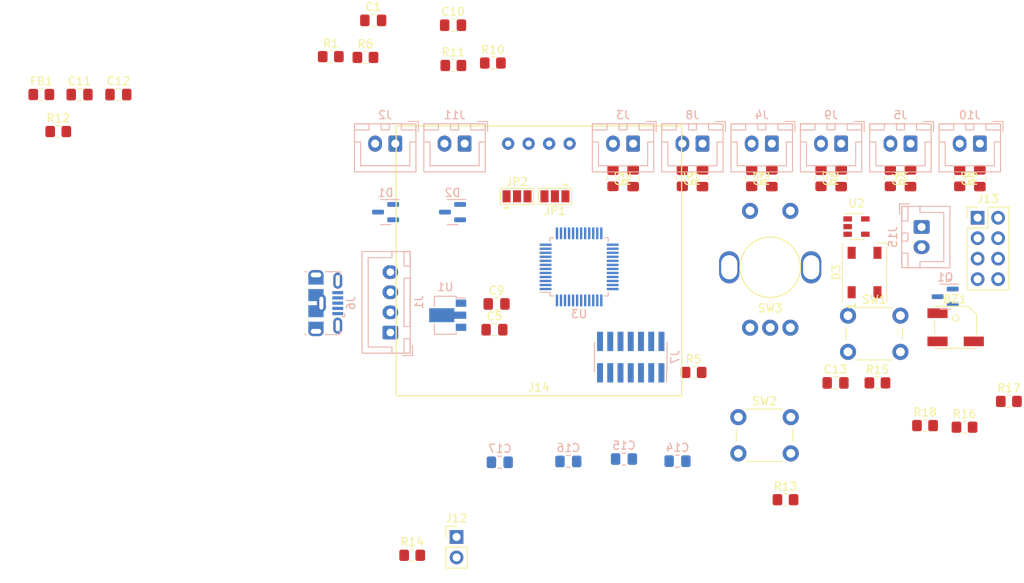
<source format=kicad_pcb>
(kicad_pcb (version 20221018) (generator pcbnew)

  (general
    (thickness 1.6)
  )

  (paper "A4")
  (layers
    (0 "F.Cu" signal)
    (31 "B.Cu" signal)
    (32 "B.Adhes" user "B.Adhesive")
    (33 "F.Adhes" user "F.Adhesive")
    (34 "B.Paste" user)
    (35 "F.Paste" user)
    (36 "B.SilkS" user "B.Silkscreen")
    (37 "F.SilkS" user "F.Silkscreen")
    (38 "B.Mask" user)
    (39 "F.Mask" user)
    (40 "Dwgs.User" user "User.Drawings")
    (41 "Cmts.User" user "User.Comments")
    (42 "Eco1.User" user "User.Eco1")
    (43 "Eco2.User" user "User.Eco2")
    (44 "Edge.Cuts" user)
    (45 "Margin" user)
    (46 "B.CrtYd" user "B.Courtyard")
    (47 "F.CrtYd" user "F.Courtyard")
    (48 "B.Fab" user)
    (49 "F.Fab" user)
    (50 "User.1" user)
    (51 "User.2" user)
    (52 "User.3" user)
    (53 "User.4" user)
    (54 "User.5" user)
    (55 "User.6" user)
    (56 "User.7" user)
    (57 "User.8" user)
    (58 "User.9" user)
  )

  (setup
    (pad_to_mask_clearance 0)
    (pcbplotparams
      (layerselection 0x00010fc_ffffffff)
      (plot_on_all_layers_selection 0x0000000_00000000)
      (disableapertmacros false)
      (usegerberextensions false)
      (usegerberattributes true)
      (usegerberadvancedattributes true)
      (creategerberjobfile true)
      (dashed_line_dash_ratio 12.000000)
      (dashed_line_gap_ratio 3.000000)
      (svgprecision 6)
      (plotframeref false)
      (viasonmask false)
      (mode 1)
      (useauxorigin false)
      (hpglpennumber 1)
      (hpglpenspeed 20)
      (hpglpendiameter 15.000000)
      (dxfpolygonmode true)
      (dxfimperialunits true)
      (dxfusepcbnewfont true)
      (psnegative false)
      (psa4output false)
      (plotreference true)
      (plotvalue true)
      (plotinvisibletext false)
      (sketchpadsonfab false)
      (subtractmaskfromsilk false)
      (outputformat 1)
      (mirror false)
      (drillshape 1)
      (scaleselection 1)
      (outputdirectory "")
    )
  )

  (net 0 "")
  (net 1 "VBUS")
  (net 2 "Net-(BZ1-Pad2)")
  (net 3 "Net-(C1-Pad1)")
  (net 4 "GNDA")
  (net 5 "KEY1")
  (net 6 "GND")
  (net 7 "KEY3")
  (net 8 "KEY5")
  (net 9 "KEY2")
  (net 10 "KEY4")
  (net 11 "KEY6")
  (net 12 "+3.3V")
  (net 13 "Net-(C10-Pad1)")
  (net 14 "+3.3VA")
  (net 15 "KILL_SW")
  (net 16 "TH1")
  (net 17 "TH2")
  (net 18 "Net-(D3-Pad4)")
  (net 19 "Net-(D3-Pad2)")
  (net 20 "D-")
  (net 21 "D+")
  (net 22 "Net-(J3-Pad2)")
  (net 23 "Net-(J4-Pad2)")
  (net 24 "Net-(J5-Pad2)")
  (net 25 "unconnected-(J7-Pad1)")
  (net 26 "unconnected-(J7-Pad2)")
  (net 27 "SWDIO")
  (net 28 "SWCLK")
  (net 29 "unconnected-(J7-Pad8)")
  (net 30 "unconnected-(J7-Pad9)")
  (net 31 "unconnected-(J7-Pad10)")
  (net 32 "Net-(J7-Pad11)")
  (net 33 "RESET")
  (net 34 "unconnected-(J7-Pad13)")
  (net 35 "unconnected-(J7-Pad14)")
  (net 36 "Net-(J8-Pad2)")
  (net 37 "Net-(J9-Pad2)")
  (net 38 "Net-(J10-Pad2)")
  (net 39 "BOOT0")
  (net 40 "GPIO1")
  (net 41 "GPIO2")
  (net 42 "GPIO3")
  (net 43 "GPIO4")
  (net 44 "PIN1")
  (net 45 "PIN2")
  (net 46 "SCL")
  (net 47 "SDA")
  (net 48 "Net-(Q1-Pad1)")
  (net 49 "Net-(Q1-Pad2)")
  (net 50 "Net-(R15-Pad1)")
  (net 51 "BUZZER")
  (net 52 "ENC_A")
  (net 53 "ENC_B")
  (net 54 "ENC_SW")
  (net 55 "NEOPIXEL")
  (net 56 "unconnected-(U3-Pad2)")
  (net 57 "unconnected-(U3-Pad3)")
  (net 58 "unconnected-(U3-Pad4)")
  (net 59 "unconnected-(U3-Pad5)")
  (net 60 "unconnected-(U3-Pad6)")
  (net 61 "unconnected-(U3-Pad30)")
  (net 62 "unconnected-(U3-Pad31)")
  (net 63 "unconnected-(U3-Pad38)")
  (net 64 "unconnected-(U3-Pad39)")
  (net 65 "unconnected-(U3-Pad40)")
  (net 66 "unconnected-(U3-Pad41)")
  (net 67 "unconnected-(U3-Pad45)")
  (net 68 "unconnected-(U3-Pad46)")

  (footprint "Capacitor_SMD:C_0805_2012Metric_Pad1.18x1.45mm_HandSolder" (layer "F.Cu") (at 75.1 47.3))

  (footprint "Capacitor_SMD:C_0805_2012Metric_Pad1.18x1.45mm_HandSolder" (layer "F.Cu") (at 27.6625 2.9))

  (footprint "V0-Display:WS2812_5050_LED" (layer "F.Cu") (at 78.7 33.6 90))

  (footprint "Resistor_SMD:R_0805_2012Metric_Pad1.20x1.40mm_HandSolder" (layer "F.Cu") (at 64.7 21.9 -90))

  (footprint "Resistor_SMD:R_0805_2012Metric_Pad1.20x1.40mm_HandSolder" (layer "F.Cu") (at -21.3 16.1))

  (footprint "V0-Display:SOT-23-5" (layer "F.Cu") (at 77.7 27.9))

  (footprint "Connector_PinHeader_2.54mm:PinHeader_2x04_P2.54mm_Vertical" (layer "F.Cu") (at 92.725 26.8))

  (footprint "Connector_PinHeader_2.54mm:PinHeader_1x02_P2.54mm_Vertical" (layer "F.Cu") (at 28.1 66.425))

  (footprint "V0-Display:SW_PUSH_6mm" (layer "F.Cu") (at 76.65 38.95))

  (footprint "V0-Display:MountingHole_3.2mm_M3" (layer "F.Cu") (at -3.55 55.65))

  (footprint "Resistor_SMD:R_0805_2012Metric_Pad1.20x1.40mm_HandSolder" (layer "F.Cu") (at 56.1 21.9 -90))

  (footprint "Resistor_SMD:R_0805_2012Metric_Pad1.20x1.40mm_HandSolder" (layer "F.Cu") (at 73.3 21.9 -90))

  (footprint "V0-Display:MountingHole_3.2mm_M3" (layer "F.Cu") (at -11.5 55.65))

  (footprint "Capacitor_SMD:C_0805_2012Metric_Pad1.18x1.45mm_HandSolder" (layer "F.Cu") (at 75.8 21.9 90))

  (footprint "Capacitor_SMD:C_0805_2012Metric_Pad1.18x1.45mm_HandSolder" (layer "F.Cu") (at 32.8 40.7))

  (footprint "Capacitor_SMD:C_0805_2012Metric_Pad1.18x1.45mm_HandSolder" (layer "F.Cu") (at -13.845 11.51))

  (footprint "Resistor_SMD:R_0805_2012Metric_Pad1.20x1.40mm_HandSolder" (layer "F.Cu") (at 22.6 68.7))

  (footprint "Resistor_SMD:R_0805_2012Metric_Pad1.20x1.40mm_HandSolder" (layer "F.Cu") (at 27.7 7.9))

  (footprint "Resistor_SMD:R_0805_2012Metric_Pad1.20x1.40mm_HandSolder" (layer "F.Cu") (at 12.5 6.8))

  (footprint "my_additions:Buzzer_5020" (layer "F.Cu") (at 90 40.4))

  (footprint "Resistor_SMD:R_0805_2012Metric_Pad1.20x1.40mm_HandSolder" (layer "F.Cu") (at 68.9 61.8))

  (footprint "Capacitor_SMD:C_0805_2012Metric_Pad1.18x1.45mm_HandSolder" (layer "F.Cu") (at 17.7625 2.3))

  (footprint "Capacitor_SMD:C_0805_2012Metric_Pad1.18x1.45mm_HandSolder" (layer "F.Cu") (at 93 21.9 90))

  (footprint "Capacitor_SMD:C_0805_2012Metric_Pad1.18x1.45mm_HandSolder" (layer "F.Cu") (at -18.655 11.51))

  (footprint "Capacitor_SMD:C_0805_2012Metric_Pad1.18x1.45mm_HandSolder" (layer "F.Cu") (at 67.2 21.9 90))

  (footprint "Resistor_SMD:R_0805_2012Metric_Pad1.20x1.40mm_HandSolder" (layer "F.Cu") (at 91.1 52.8))

  (footprint "Resistor_SMD:R_0805_2012Metric_Pad1.20x1.40mm_HandSolder" (layer "F.Cu") (at 90.5 21.9 -90))

  (footprint "Resistor_SMD:R_0805_2012Metric_Pad1.20x1.40mm_HandSolder" (layer "F.Cu") (at 81.9 21.9 -90))

  (footprint "V0-Display:SolderJumper-3_P1.3mm_Pad1.0x1.5mm" (layer "F.Cu") (at 40.3 24.1425 180))

  (footprint "Resistor_SMD:R_0805_2012Metric_Pad1.20x1.40mm_HandSolder" (layer "F.Cu") (at 86.2 52.6))

  (footprint "Capacitor_SMD:C_0805_2012Metric_Pad1.18x1.45mm_HandSolder" (layer "F.Cu") (at 58.6 21.9 90))

  (footprint "V0-Display:SW_PUSH_6mm" (layer "F.Cu") (at 63.05 51.55))

  (footprint "Capacitor_SMD:C_0805_2012Metric_Pad1.18x1.45mm_HandSolder" (layer "F.Cu") (at 50 21.9 90))

  (footprint "V0-Display:MountingHole_3.2mm_M3" (layer "F.Cu") (at -11.6 46.2))

  (footprint "Resistor_SMD:R_0805_2012Metric_Pad1.20x1.40mm_HandSolder" (layer "F.Cu") (at 47.5 21.9 -90))

  (footprint "V0-Display:MountingHole_3.2mm_M3" (layer "F.Cu") (at -3.3 46))

  (footprint "Resistor_SMD:R_0805_2012Metric_Pad1.20x1.40mm_HandSolder" (layer "F.Cu") (at 16.8 6.9))

  (footprint "Resistor_SMD:R_0805_2012Metric_Pad1.20x1.40mm_HandSolder" (layer "F.Cu") (at 96.6 49.6))

  (footprint "Resistor_SMD:R_0805_2012Metric_Pad1.20x1.40mm_HandSolder" (layer "F.Cu") (at -23.4 11.5))

  (footprint "Resistor_SMD:R_0805_2012Metric_Pad1.20x1.40mm_HandSolder" (layer "F.Cu") (at 32.6 7.6))

  (footprint "V0-Display:SolderJumper-3_P1.3mm_Pad1.0x1.5mm" (layer "F.Cu") (at 35.6 24.1425))

  (footprint "Capacitor_SMD:C_0805_2012Metric_Pad1.18x1.45mm_HandSolder" (layer "F.Cu") (at 33.0625 37.5))

  (footprint "Resistor_SMD:R_0805_2012Metric_Pad1.20x1.40mm_HandSolder" (layer "F.Cu") (at 80.3 47.3))

  (footprint "Resistor_SMD:R_0805_2012Metric_Pad1.20x1.40mm_HandSolder" (layer "F.Cu") (at 57.5 46))

  (footprint "V0-Display:1pt3in_OLED" (layer "F.Cu") (at 38.31 17.6))

  (footprint "Capacitor_SMD:C_0805_2012Metric_Pad1.18x1.45mm_HandSolder" (layer "F.Cu") (at 84.4 21.9 90))

  (footprint "V0-Display:EN11_Encoder" (layer "F.Cu") (at 67 32.95))

  (footprint "Connector_JST:JST_XH_B2B-XH-A_1x02_P2.50mm_Vertical" (layer "B.Cu") (at 85.774999 27.95 -90))

  (footprint "Connector_PinHeader_1.27mm:PinHeader_2x07_P1.27mm_Vertical_SMD" (layer "B.Cu") (at 49.7 44.1 90))

  (footprint "Capacitor_SMD:C_0805_2012Metric_Pad1.18x1.45mm_HandSolder" (layer "B.Cu") (at 33.460952 57.15 180))

  (footprint "Capacitor_SMD:C_0805_2012Metric_Pad1.18x1.45mm_HandSolder" (layer "B.Cu") (at 41.960952 57.05 180))

  (footprint "Package_QFP:LQFP-48_7x7mm_P0.5mm" (layer "B.Cu")
    (tstamp 33fa21cb-a289-449d-9bbe-49ab2960d44d)
    (at 43.3 32.9)
    (descr "LQFP, 48 Pin (https://www.analog.com/media/en/technical-documentation/data-sheets/ltc2358-16.pdf), generated with kicad-footprint-generator ipc_gullwing_generator.py")
    (tags "LQFP QFP")
    (property "Sheetfile" "V0_McDisplay.kicad_sch")
    (property "Sheetname" "")
    (path "/02ad564b-979f-4a86-b276-d8e620bb1976")
    (attr smd)
    (fp_text reference "U3" (at 0 5.85) (layer "B.SilkS")
        (effects (font (size 1 1) (thickness 0.15)) (justify mirror))
      (tstamp e44e8f70-3446-4e71-8049-74f2d6ec0213)
    )
    (fp_text value "STM32F072C8Tx" (at 0 -5.85) (layer "B.Fab")
        (effects (font (size 1 1) (thickness 0.15)) (justify mirror))
      (tstamp 00e02035-96b2-4fcc-8d9c-d4ed71215021)
    )
    (fp_text user "${REFERENCE}" (at 0 0) (layer "B.Fab")
        (effects (font (size 1 1) (thickness 0.15)) (justify mirror))
      (tstamp d0a12f68-c1ff-41a2-96a2-870e12a3e9e6)
    )
    (fp_line (start -3.61 -3.61) (end -3.61 -3.16)
      (stroke (width 0.12) (type solid)) (layer "B.SilkS") (tstamp d75d29e9-4046-4cd5-9043-f7037ac60242))
    (fp_line (start -3.61 3.16) (end -4.9 3.16)
      (stroke (width 0.12) (type solid)) (layer "B.SilkS") (tstamp 9a06ece8-16e8-4ced-8530-887a4fcaa57a))
    (fp_line (start -3.61 3.61) (end -3.61 3.16)
      (stroke (width 0.12) (type solid)) (layer "B.SilkS") (tstamp 27f4bf9b-d548-4f82-a2cd-62eecbaa1bb9))
    (fp_line (start -3.16 -3.61) (end -3.61 -3.61)
      (stroke (width 0.12) (type solid)) (layer "B.SilkS") (tstamp 448474a2-c0b2-4c55-b2bd-616212268696))
    (fp_line (start -3.16 3.61) (end -3.61 3.61)
      (stroke (width 0.12) (type solid)) (layer "B.SilkS") (tstamp 8874fdc1-2c5b-4e13-beb3-0063b6b475fc))
    (fp_line (start 3.16 -3.61) (end 3.61 -3.61)
      (stroke (width 0.12) (type solid)) (layer "B.SilkS") (tstamp 764a401f-55ce-4f0d-a172-b165a3192cba))
    (fp_line (start 3.16 3.61) (end 3.61 3.61)
      (stroke (width 0.12) (type solid)) (layer "B.SilkS") (tstamp e05b7136-c427-461d-afde-5d91e8b4fda0))
    (fp_line (start 3.61 -3.61) (end 3.61 -3.16)
      (stroke (width 0.12) (type solid)) (layer "B.SilkS") (tstamp b8a1fb69-4b0b-4fa7-86d6-0a085b7baa8f))
    (fp_line (start 3.61 3.61) (end 3.61 3.16)
      (stroke (width 0.12) (type solid)) (layer "B.SilkS") (tstamp 723dca64-a24d-437d-8c7d-d7729a86387f))
    (fp_line (start -5.15 -3.15) (end -5.15 0)
      (stroke (width 0.05) (type solid)) (layer "B.CrtYd") (tstamp f33677a2-6e0c-4260-81e2-66542dc760c1))
    (fp_line (start -5.15 3.15) (end -5.15 0)
      (stroke (width 0.05) (type solid)) (layer "B.CrtYd") (tstamp f6131ddb-53fa-4ca4-bcc0-3066390f1b11))
    (fp_line (start -3.75 -3.75) (end -3.75 -3.15)
      (stroke (width 0.05) (type solid)) (layer "B.CrtYd") (tstamp 3e5584dc-aa47-422e-b67e-b071a0e01d8e))
    (fp_line (start -3.75 -3.15) (end -5.15 -3.15)
      (stroke (width 0.05) (type solid)) (layer "B.CrtYd") (tstamp d6181c3a-d4bf-4261-b4e8-1743194d91d1))
    (fp_line (start -3.75 3.15) (end -5.15 3.15)
      (stroke (width 0.05) (type solid)) (layer "B.CrtYd") (tstamp 8af3ed98-276f-4f06-81d6-ea6796678dca))
    (fp_line (start -3.75 3.75) (end -3.75 3.15)
      (stroke (width 0.05) (type solid)) (layer "B.CrtYd") (tstamp df62f690-53a7-4599-878a-9a8cde1fd566))
    (fp_line (start -3.15 -5.15) (end -3.15 -3.75)
      (stroke (width 0.05) (type solid)) (layer "B.CrtYd") (tstamp 6a442a0e-9e28-4c5e-a9de-99a7a5650cff))
    (fp_line (start -3.15 -3.75) (end -3.75 -3.75)
      (stroke (width 0.05) (type solid)) (layer "B.CrtYd") (tstamp b947e0d0-eae9-4cd3-997c-148dcbaf146e))
    (fp_line (start -3.15 3.75) (end -3.75 3.75)
      (stroke (width 0.05) (type solid)) (layer "B.CrtYd") (tstamp 8fa9e8f0-a937-4a2b-b97a-7da4d7b7985d))
    (fp_line (start -3.15 5.15) (end -3.15 3.75)
      (stroke (width 0.05) (type solid)) (layer "B.CrtYd") (tstamp 16731219-7c1e-409c-bc17-afe7b8dd1360))
    (fp_line (start 0 -5.15) (end -3.15 -5.15)
      (stroke (width 0.05) (type solid)) (layer "B.CrtYd") (tstamp dfc30f1e-aafc-47e2-94b1-825ffe0cdf7d))
    (fp_line (start 0 -5.15) (end 3.15 -5.15)
      (stroke (width 0.05) (type solid)) (layer "B.CrtYd") (tstamp ae647cd8-71e9-4061-a00e-994ddc79fb2d))
    (fp_line (start 0 5.15) (end -3.15 5.15)
      (stroke (width 0.05) (type solid)) (layer "B.CrtYd") (tstamp 64b510da-5a39-473e-993a-f05d2833c11b))
    (fp_line (start 0 5.15) (end 3.15 5.15)
      (stroke (width 0.05) (type solid)) (layer "B.CrtYd") (tstamp 3a00ae54-d243-417a-a135-5bc0c6fe0434))
    (fp_line (start 3.15 -5.15) (end 3.15 -3.75)
      (stroke (width 0.05) (type solid)) (layer "B.CrtYd") (tstamp 945acd5c-09f9-489c-9ae9-c85ef486efff))
    (fp_line (start 3.15 -3.75) (end 3.75 -3.75)
      (stroke (width 0.05) (type solid)) (layer "B.CrtYd") (tstamp bdf8cfc8-e2a7-4850-950e-8abffca25aeb))
    (fp_line (start 3.15 3.75) (end 3.75 3.75)
      (stroke (width 0.05) (type solid)) (layer "B.CrtYd") (tstamp 4dc6281d-0629-4c64-88c7-f3e07cb14082))
    (fp_line (start 3.15 5.15) (end 3.15 3.75)
      (stroke (width 0.05) (type solid)) (layer "B.CrtYd") (tstamp bde0eed1-a32c-4ea2-8f96-fcb2db3993b3))
    (fp_line (start 3.75 -3.75) (end 3.75 -3.15)
      (stroke (width 0.05) (type solid)) (layer "B.CrtYd") (tstamp 28212d9f-a28f-4b92-aa70-5feaf8b264de))
    (fp_line (start 3.75 -3.15) (end 5.15 -3.15)
      (stroke (width 0.05) (type solid)) (layer "B.CrtYd") (tstamp adabbf1c-0b72-4585-bdfc-e14c130b0c65))
    (fp_line (start 3.75 3.15) (end 5.15 3.15)
      (stroke (width 0.05) (type solid)) (layer "B.CrtYd") (tstamp 49af546d-938c-408b-bd12-3d2000dd3eec))
    (fp_line (start 3.75 3.75) (end 3.75 3.15)
      (stroke (width 0.05) (type solid)) (layer "B.CrtYd") (tstamp 1f4d6b62-85ca-4e41-b72b-2d8c8c43b3fe))
    (fp_line (start 5.15 -3.15) (end 5.15 0)
      (stroke (width 0.05) (type solid)) (layer "B.CrtYd") (tstamp 7c96defb-5d0a-40c4-b72e-c2474b00a701))
    (fp_line (start 5.15 3.15) (end 5.15 0)
      (stroke (width 0.05) (type solid)) (layer "B.CrtYd") (tstamp 4646e388-481e-4d7a-be51-da9cda1118e5))
    (fp_line (start -3.5 -3.5) (end -3.5 2.5)
      (stroke (width 0.1) (type solid)) (layer "B.Fab") (tstamp 12540fbb-4367-46ba-b54d-b3a4db932d3a))
    (fp_line (start -3.5 2.5) (end -2.5 3.5)
      (stroke (width 0.1) (type solid)) (layer "B.Fab") (tstamp 7c5b4a39-d084-49ad-83a7-cd4a544c5259))
    (fp_line (start -2.5 3.5) (end 3.5 3.5)
      (stroke (width 0.1) (type solid)) (layer "B.Fab") (tstamp 868178ba-d860-49e7-a60b-6794595db6f7))
    (fp_line (start 3.5 -3.5) (end -3.5 -3.5)
      (stroke (width 0.1) (type solid)) (layer "B.Fab") (tstamp 646927f8-e392-4ab3-aad4-9cb975e7ac51))
    (fp_line (start 3.5 3.5) (end 3.5 -3.5)
      (stroke (width 0.1) (type solid)) (layer "B.Fab") (tstamp 5be3c8b8-b8c6-4ee7-87e9-56b1f58c9b10))
    (pad "1" smd roundrect (at -4.1625 2.75) (size 1.475 0.3) (layers "B.Cu" "B.Paste" "B.Mask") (roundrect_rratio 0.25)
      (net 12 "+3.3V") (pinfunction "VBAT") (pintype "power_in") (tstamp 4ea29910-d77e-4fd4-8e05-c7bcf3b9db41))
    (pad "2" smd roundrect (at -4.1625 2.25) (size 1.475 0.3) (layers "B.Cu" "B.Paste" "B.Mask") (roundrect_rratio 0.25)
      (net 56 "unconnected-(U3-Pad2)") (pinfunction "PC13") (pintype "bidirectional+no_connect") (tstamp e60c3e78-1cb1-45e2-872f-d7b8e775aca4))
    (pad "3" smd roundrect (at -4.1625 1.75) (size 1.475 0.3) (layers "B.Cu" "B.Paste" "B.Mask") (roundrect_rratio 0.25)
      (net 57 "unconnected-(U3-Pad3)") (pinfunction "PC14-OSC32_IN") (pintype "bidirectional+no_connect") (tstamp 31f9d6e5-b002-4957-9fa3-bb7086da1a0a))
    (pad "4" smd roundrect (at -4.1625 1.25) (size 1.475 0.3) (layers "B.Cu" "B.Paste" "B.Mask") (roundrect_rratio 0.25)
      (net 58 "unconnected-(U3-Pad4)") (pinfunction "PC15-OSC32_OUT") (pintype "bidirectional+no_connect") (tstamp 8d0e08bb-d9fc-42c6-97e2-976db073748b))
    (pad "5" smd roundrect (at -4.1625 0.75) (size 1.475 0.3) (layers "B.Cu" "B.Paste" "B.Mask") (roundrect_rratio 0.25)
      (net 59 "unconnected-(U3-Pad5)") (pinfunction "PF0-OSC_IN") (pintype "bidirectional+no_connect") (tstamp 4e60b235-2b19-4d84-9382-f6fb29e09035))
    (pad "6" smd roundrect (at -4.1625 0.25) (size 1.475 0.3) (layers "B.Cu" "B.Paste" "B.Mask") (roundrect_rratio 0.25)
      (net 60 "unconnected-(U3-Pad6)") (pinfunction "PF1-OSC_OUT") (pintype "bidirectional+no_connect") (tstamp 3a884088-7a6e-426b-b68e-945f0fb4808d))
    (pad "7" smd roundrect (at -4.1625 -0.25) (size 1.475 0.3) (layers "B.Cu" "B.Paste" "B.Mask") (roundrect_rratio 0.25)
      (net 33 "RESET") (pinfunction "NRST") (pintype "input") (tstamp 5628a9d3-1532-41ab-9e77-54bf0b0aef2f))
    (pad "8" smd roundrect (at -4.1625 -0.75) (size 1.475 0.3) (layers "B.Cu" "B.Paste" "B.Mask") (roundrect_rratio 0.25)
      (net 4 "GNDA") (pinfunction "VSSA") (pintype "power_in") (tstamp 618c09d3-2974-4e5c-86e6-c8c5ae647650))
    (pad "9" smd roundrect (at -4.1625 -1.25) (size 1.475 0.3) (layers "B.Cu" "B.Paste" "B.Mask") (roundrect_rratio 0.25)
      (net 14 "+3.3VA") (pinfunction "VDDA") (pintype "power_in") (tstamp 12195c94-d5b4-4784-920c-581a4c69f65c))
    (pad "10" smd roundrect (at -4.1625 -1.75) (size 1.475 0.3) (layers "B.Cu" "B.Paste" "B.Mask") (roundrect_rratio 0.25)
      (net 16 "TH1") (pinfunction "PA0") (pintype "bidirectional") (tstamp 8e3345e0-7843-4d00-9f8b-728e2256d0e7))
    (pad "11" smd roundrect (at -4.1625 -2.25) (size 1.475 0.3) (layers "B.Cu" "B.Paste" "B.Mask") (roundrect_rratio 0.25)
      (net 17 "TH2") (pinfunction "PA1") (pintype "bidirectional") (tstamp dfd06e41-f9b1-4f83-a7e3-810c9b30c66d))
    (pad "12" smd roundrect (at -4.1625 -2.75) (size 1.475 0.3) (layers "B.Cu" "B.Paste" "B.Mask") (roundrect_rratio 0.25)
      (net 5 "KEY1") (pinfunction "PA2") (pintype "bidirectional") (tstamp 5517e9c2-f04f-4538-9b62-224ddab15251))
    (pad "13" smd roundrect (at -2.75 -4.1625) (size 0.3 1.475) (layers "B.Cu" "B.Paste" "B.Mask") (roundrect_rratio 0.25)
      (net 9 "KEY2") (pinfunction "PA3") (pintype "bidirectional") (tstamp c2fff4b0-3305-4ad4-b825-f9e83ddc99ae))
    (pad "14" smd roundrect (at -2.25 -4.1625) (size 0.3 1.475) (layers "B.Cu" "B.Paste" "B.Mask") (roundrect_rratio 0.25)
      (net 7 "KEY3") (pinfunction "PA4") (pintype "bidirectional") (tstamp 4fef6c0a-e1d6-42a3-bfd3-bbcbb81f44c0))
    (pad "15" smd roundrect (at -1.75 -4.1625) (size 0.3 1.475) (layers "B.Cu" "B.Paste" "B.Mask") (roundrect_rratio 0.25)
      (net 10 "KEY4") (pinfunction "PA5") (pintype "bidirectional") (tstamp 67f4d69c-81d1-42ed-8d4b-bb8998f84eb2))
    (pad "16" smd roundrect (at -1.25 -4.1625) (size 0.3 1.475) (layers "B.Cu" "B.Paste" "B.Mask") (roundrect_rratio 0.25)
      (net 8 "KEY5") (pinfunction "PA6") (pintype "bidirectional") (tstamp 99f32b69-416b-4bc7-8770-39592671efaa))
    (pad "17" smd roundrect (at -0.75 -4.1625) (size 0.3 1.475) (layers "B.Cu" "B.Paste" "B.Mask") (roundrect_rratio 0.25)
      (net 11 "KEY6") (pinfunction "PA7") (pintype "bidirectional") (tstamp 0d103bbe-f842-49f4-a1f4-2cd25cfcc1a2))
    (pad "18" smd roundrect (at -0.25 -4.1625) (size 0.3 1.475) (layers "B.Cu" "B.Paste" "B.Mask") (roundrect_rratio 0.25)
      (net 54 "ENC_SW") (pinfunction "PB0") (pintype "bidirectional") (tstamp afd9cd67-1cf3-439d-a437-ed48d6274e63))
    (pad "19" smd roundrect (at 0.25 -4.1625) (size 0.3 1.475) (layers "B.Cu" "B.Paste" "B.Mask") (roundrect_rratio 0.25)
      (net 52 "ENC_A") (pinfunction "PB1") (pintype "bidirectional") (tstamp 7b196ed2-0c12-464a-b551-0b0914616134))
    (pad "20" smd roundrect (at 0.75 -4.1625) (size 0.3 1.475) (layers "B.Cu" "B.Paste" "B.Mask") (roundrect_rratio 0.25)
      (net 53 "ENC_B") (pinfunction "PB2") (pintype "bidirectional") (tstamp 140f3ccb-27cc-4e35-bc02-1709c90aa5bf))
    (pad "21" smd roundrect (at 1.25 -4.1625) (size 0.3 1.475) (layers "B.Cu" "B.Paste" "B.Mask") (roundrect_rratio 0.25)
      (net 55 "NEOPIXEL") (pinfunction "PB10") (pintype "bidirectional") (tstamp 5008eb4d-bf56-4b2c-8e59-9432eea18e6a))
    (pad "22" smd roundrect (at 1.75 -4.1625) (size 0.3 1.475) (layers "B.Cu" "B.Paste" "B.Mask") (roundrect_rratio 0.25)
      (net 15 "KILL_SW") (pinfunction "PB11") (pintype "bidirectional") (tstamp bbe69f88-e90e-476f-8e83-22c055cbaaf8))
    (pad "23" smd roundrect (at 2.25 -4.1625) (size 0.3 1.475) (layers "B.Cu" "B.Paste" "B.Mask") (roundrect_rratio 0.25)
      (net 6 "GND") (pinfunction "VSS") (pintype "power_in") (tstamp 420d22d4-d9f0-4de8-a7ac-e2cfd12c0c22))
    (pad "24" smd roundrect (at 2.75 -4.1625) (size 0.3 1.475) (layers "B.Cu" "B.Paste" "B.Mask") (roundrect_rratio 0.25)
      (net 12 "+3.3V") (pinfunction "VDD") (pintype "power_in") (tstamp 8e5f948c-0f7c-4b1c-a3e7-246bae9a6c97))
    (pad "25" smd roundrect (at 4.1625 -2.75) (size 1.475 0.3) (layers "B.Cu" "B.Paste" "B.Mask") (roundrect_rratio 0.25)
      (net 40 "GPIO1") (pinfunction "PB12") (pintype "bidirectional") (tstamp 19a7d932-5b74-49b8-8a99-2c59fe66c52f))
    (pad "26" smd roundrect (at 4.1625 -2.25) (size 1.475 0.3) (layers "B.Cu" "B.Paste" "B.Mask") (roundrect_rratio 0.25)
      (net 41 "GPIO2") (pinfunction "PB13") (pintype "bidirectional") (tstamp 9044438b-b3b4-486d-b898-5c1d7e2cb05c))
    (pad "27" smd roundrect (at 4.1625 -1.75) (size 1.475 0.3) (layers "B.Cu" "B.Paste" "B.Mask") (roundrect_rratio 0.25)
      (net 42 "GPIO3") (pinfunction "PB14") (pintype "bidirectional") (tstamp 7f0e5c89-86f4-44d8-9cfa-660795c92092))
    (pad "28" smd roundrect (at 4.1625 -1.25) (size 1.475 0.3) (layers "B.Cu" "B.Paste" "B.Mask") (roundrect_rratio 0.25)
      (net 43 "GPIO4") (pinfunction "PB15") (pintype "bidirectional") (tstamp 023e25ad-0912-4e80-babb-5254a9618c04))
    (pad "29" smd roundrect (at 4.1625 -0.75) (size 1.475 0.3) (layers "B.Cu" "B.Paste" "B.Mask") (roundrect_rratio 0.25)
      (net 51 "BUZZER") (pinfunction "PA8") (pintype "bidirectional") (tstamp f2722a6b-4e9e-4308-bfc2-70a4392cb878))
    (pad "30" smd roundrect (at 4.1625 -0.25) (size 1.475 0.3) (layers "B.Cu" "B.Paste" "B.Mask") (roundrect_rratio 0.25)
      (net 61 "unconnected-(U3-Pad30)") (pinfunction "PA9") (pintype "bidirectional+no_connect") (tstamp aba17efa-becc-4373-bf79-0eb485f341be))
    (pad "31" smd roundrect (at 4.1625 0.25) (size 1.475 0.3) (layers "B.Cu" "B.Paste" "B.Mask") (roundrect_rratio 0.25)
      (net 62 "unconnected-(U3-Pad31)") (pinfunction "PA10") (pintype "bidirectional+no_connect") (tstamp 04468875-81fb-4c9f-88ee-8367e772dca7))
    (pad "32" smd roundrect (at 4.1625 0.75) (size 1.475 0.3) (layers "B.Cu" "B.Paste" "B.Mask") (roundrect_rratio 0.25)
      (net 20 "D-") (pinfunction "PA11") (pintype "bidirectional") (tstamp c43b41d0-97bd-454c-b58a-7a6da46f5cdc))
    (pad "33" smd roundrect (at 4.1625 1.25) (size 1.475 0.3) (layers "B.Cu" "B.Paste" "B.Mask") (roundrect_rratio 0.25)
      (net 21 "D+") (pinfunction "PA12") (pintype "bidirectional") (tstamp 394047be-e904-4bef-a86f-53c9015e5a08))
    (pad "34" smd roundrect (at 4.1625 1.75) (size 1.475 0.3) (layers "B.Cu" "B.Paste" "B.Mask") (roundrect_rratio 0.25)
      (net 27 "SWDIO") (pinfunction "PA13") (pintype "bidirectional") (tstamp cead5177-15ae-4263-8092-20352bfbc051))
    (pad "35" smd roundrect (at 4.1625 2.25) (size 1.475 0.3) (layers "B.Cu" "B.Paste" "B.Mask") (roundrect_rratio 0.25)
      (net 6 "GND") (pinfunction "VSS") (pintype "power_in") (tstamp d969c3ce-f5e0-40cf-a036-68940b9b28e9))
    (pad "36" smd roundrect (at 4.1625 2.75) (size 1.475 0.3) (layers "B.Cu" "B.Paste" "B.Mask") (roundrect_rratio 0.25)
      (net 12 "+3.3V") (pinfunction "VDDIO2") (pintype "power_in") (tstamp eed7b91b-af64-477c-8f2f-ef46262af4b0))
    (pad "37" smd roundrect (at 2.75 4.1625) (size 0.3 1.475) (layers "B.Cu" "B.Paste" "B.Mask") (roundrect_rratio 0.25)
      (net 28 "SWCLK") (pinfunction "PA14") (pintype "bidirectional") (tstamp 2726fef4-ecf0-40c8-ae87-bb3f5cd16098))
    (pad "38" smd roundrect (at 2.25 4.1625) (size 0.3 1.475) (layers "B.Cu" "B.Paste" "B.Mask") (roundrect_rratio 0.25)
      (net 63 "unconnected-(U3-Pad38)") (pinfunction "PA15") (pintype "bidirectional+no_connect") (tstamp fe2fbd4f-0c6e-4560-99d7-029a01b846a5))
    (pad "39" smd roundrect (at 1.75 4.1625) (size 0.3 1.475) (layers "B.Cu" "B.Paste" "B.Mask") (roundrect_rratio 0.25)
      (net 64 "unconnected-(U3-Pad39)") (pinfunction "PB3") (pintype "bidirectional+no_connect") (tstamp c763d03d-f6d1-4acc-a83a-f95a462d6ac9))
    (pad "40" smd roundrect (at 1.25 4.1625) (size 0.3 1.475) (layers "B.Cu" "B.Paste" "B.Mask") (roundrect_rratio 0.25)
      (net 65 "unconnected-(U3-Pad40)") (pinfunction "PB4") (pintype "bidirectional+no_connect") (tstamp ef58f802-ff52-4df7-a526-a254f006cbfb))
    (pad "41" smd roundrect (at 0.75 4.1625) (size 0.3 1.475) (layers "B.Cu" "B.Paste" "B.Mask") (roundrect_rratio 0.25)
      (net 66 "unconnected-(U3-Pad41)") (pinfunction "PB5") (pintype "bidirectional+no_connect") (tstamp e382d12d-3308-41a0-a606-283538a48b5c))
    (pad "42" smd roundrect (at 0.25 4.1625) (size 0.3 1.475) (layers "B.Cu" "B.Paste" "B.Mask") (roundrect_rratio 0.25)
      (net 46 "SCL") (pinfuncti
... [94962 chars truncated]
</source>
